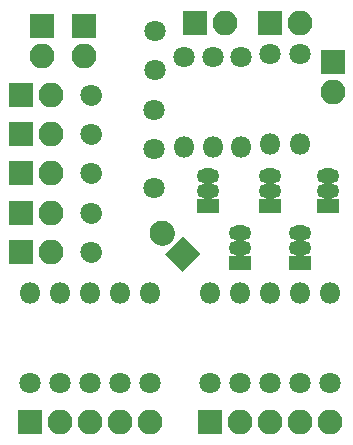
<source format=gbr>
G04 #@! TF.GenerationSoftware,KiCad,Pcbnew,(2017-06-21 revision 375ec9f)-master*
G04 #@! TF.CreationDate,2018-12-30T23:55:28-05:00*
G04 #@! TF.ProjectId,pantry_monitor,70616E7472795F6D6F6E69746F722E6B,rev?*
G04 #@! TF.SameCoordinates,Original
G04 #@! TF.FileFunction,Soldermask,Top*
G04 #@! TF.FilePolarity,Negative*
%FSLAX46Y46*%
G04 Gerber Fmt 4.6, Leading zero omitted, Abs format (unit mm)*
G04 Created by KiCad (PCBNEW (2017-06-21 revision 375ec9f)-master) date Sun Dec 30 23:55:28 2018*
%MOMM*%
%LPD*%
G01*
G04 APERTURE LIST*
%ADD10C,0.100000*%
%ADD11C,1.800000*%
%ADD12C,1.800000*%
%ADD13C,2.100000*%
%ADD14C,2.100000*%
%ADD15R,2.100000X2.100000*%
%ADD16O,2.100000X2.100000*%
%ADD17O,1.800000X1.800000*%
%ADD18R,1.900000X1.300000*%
%ADD19O,1.900000X1.300000*%
G04 APERTURE END LIST*
D10*
D11*
X114374032Y-110798154D03*
D12*
X114374032Y-110798154D02*
X114374032Y-110798154D01*
D11*
X119762186Y-105410000D03*
D13*
X120377949Y-109201949D03*
D14*
X120377949Y-109201949D02*
X120377949Y-109201949D01*
D13*
X122174000Y-110998000D03*
D10*
G36*
X122174000Y-109513076D02*
X123658924Y-110998000D01*
X122174000Y-112482924D01*
X120689076Y-110998000D01*
X122174000Y-109513076D01*
X122174000Y-109513076D01*
G37*
D15*
X124460000Y-125222000D03*
D16*
X127000000Y-125222000D03*
X129540000Y-125222000D03*
X132080000Y-125222000D03*
X134620000Y-125222000D03*
X119380000Y-125222000D03*
X116840000Y-125222000D03*
X114300000Y-125222000D03*
X111760000Y-125222000D03*
D15*
X109220000Y-125222000D03*
D16*
X110236000Y-94234000D03*
D15*
X110236000Y-91694000D03*
X108458000Y-110794800D03*
D16*
X110998000Y-110794800D03*
X113792000Y-94234000D03*
D15*
X113792000Y-91694000D03*
D16*
X111023400Y-107492800D03*
D15*
X108483400Y-107492800D03*
X123190000Y-91440000D03*
D16*
X125730000Y-91440000D03*
D15*
X108508800Y-104165400D03*
D16*
X111048800Y-104165400D03*
D15*
X129540000Y-91440000D03*
D16*
X132080000Y-91440000D03*
X111048800Y-100838000D03*
D15*
X108508800Y-100838000D03*
D16*
X134874000Y-97282000D03*
D15*
X134874000Y-94742000D03*
X108508800Y-97536000D03*
D16*
X111048800Y-97536000D03*
D17*
X124460000Y-114300000D03*
D11*
X124460000Y-121920000D03*
D17*
X122301000Y-101981000D03*
D11*
X122301000Y-94361000D03*
X109220000Y-121920000D03*
D17*
X109220000Y-114300000D03*
D11*
X127000000Y-121920000D03*
D17*
X127000000Y-114300000D03*
X124714000Y-101981000D03*
D11*
X124714000Y-94361000D03*
X119762186Y-102108000D03*
X114374032Y-107496154D03*
D12*
X114374032Y-107496154D02*
X114374032Y-107496154D01*
D17*
X111760000Y-114300000D03*
D11*
X111760000Y-121920000D03*
D17*
X129540000Y-114300000D03*
D11*
X129540000Y-121920000D03*
D17*
X127127000Y-101981000D03*
D11*
X127127000Y-94361000D03*
X119761000Y-98780600D03*
X114372846Y-104168754D03*
D12*
X114372846Y-104168754D02*
X114372846Y-104168754D01*
D11*
X114300000Y-121920000D03*
D17*
X114300000Y-114300000D03*
X132080000Y-114300000D03*
D11*
X132080000Y-121920000D03*
D17*
X129540000Y-101727000D03*
D11*
X129540000Y-94107000D03*
X114398246Y-100841354D03*
D12*
X114398246Y-100841354D02*
X114398246Y-100841354D01*
D11*
X119786400Y-95453200D03*
X116840000Y-121920000D03*
D17*
X116840000Y-114300000D03*
D11*
X134620000Y-121920000D03*
D17*
X134620000Y-114300000D03*
D11*
X132080000Y-94107000D03*
D17*
X132080000Y-101727000D03*
D11*
X114398246Y-97513954D03*
D12*
X114398246Y-97513954D02*
X114398246Y-97513954D01*
D11*
X119786400Y-92125800D03*
X119380000Y-121920000D03*
D17*
X119380000Y-114300000D03*
D18*
X124333000Y-106934000D03*
D19*
X124333000Y-104394000D03*
X124333000Y-105664000D03*
X127000000Y-110490000D03*
X127000000Y-109220000D03*
D18*
X127000000Y-111760000D03*
X129540000Y-106934000D03*
D19*
X129540000Y-104394000D03*
X129540000Y-105664000D03*
X132080000Y-110490000D03*
X132080000Y-109220000D03*
D18*
X132080000Y-111760000D03*
X134493000Y-106934000D03*
D19*
X134493000Y-104394000D03*
X134493000Y-105664000D03*
M02*

</source>
